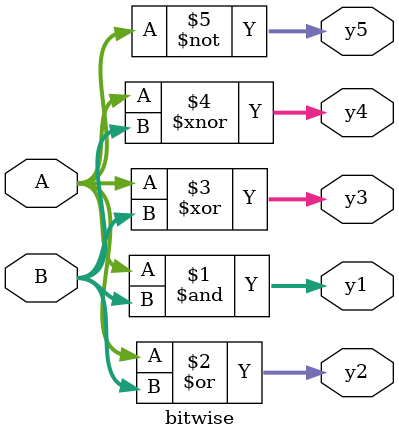
<source format=v>
module bitwise(
    input [3:0] A, B,
    output [3:0] y1, y2, y3, y4, y5
);

    assign y1 = A & B;
    assign y2 = A | B;
    assign y3 = A ^ B;
    assign y4 = A ~^ B;
    assign y5 = ~A;

endmodule

</source>
